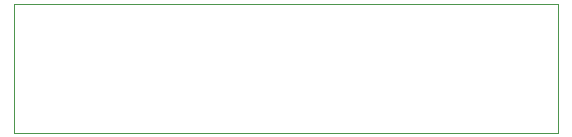
<source format=gbr>
%TF.GenerationSoftware,KiCad,Pcbnew,8.99.0-187-g1297ddc88d*%
%TF.CreationDate,2024-03-10T18:50:10-06:00*%
%TF.ProjectId,Carrot on a Twig,43617272-6f74-4206-9f6e-206120547769,rev?*%
%TF.SameCoordinates,Original*%
%TF.FileFunction,Profile,NP*%
%FSLAX46Y46*%
G04 Gerber Fmt 4.6, Leading zero omitted, Abs format (unit mm)*
G04 Created by KiCad (PCBNEW 8.99.0-187-g1297ddc88d) date 2024-03-10 18:50:10*
%MOMM*%
%LPD*%
G01*
G04 APERTURE LIST*
%TA.AperFunction,Profile*%
%ADD10C,0.050000*%
%TD*%
G04 APERTURE END LIST*
D10*
X45840000Y-38920000D02*
X91940000Y-38920000D01*
X91940000Y-49920000D01*
X45840000Y-49920000D01*
X45840000Y-38920000D01*
M02*

</source>
